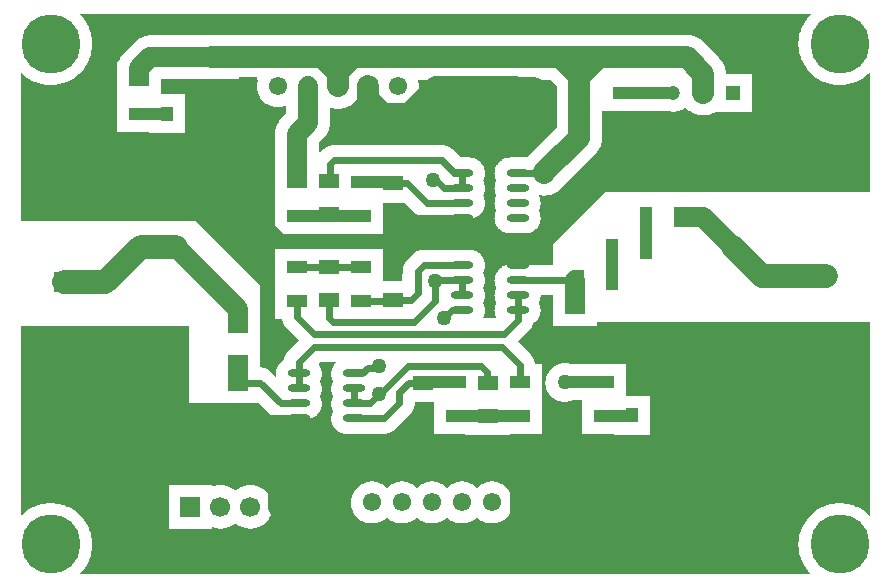
<source format=gtl>
G04*
G04 #@! TF.GenerationSoftware,Altium Limited,Altium Designer,19.1.5 (86)*
G04*
G04 Layer_Physical_Order=1*
G04 Layer_Color=255*
%FSLAX25Y25*%
%MOIN*%
G70*
G01*
G75*
%ADD14R,0.04331X0.04921*%
%ADD15R,0.06741X0.04166*%
%ADD16R,0.04921X0.07284*%
%ADD17R,0.04166X0.06741*%
%ADD18R,0.07111X0.05136*%
%ADD19O,0.07480X0.02362*%
%ADD27C,0.04724*%
%ADD28R,0.04724X0.04724*%
%ADD32C,0.02362*%
%ADD33C,0.07874*%
%ADD34C,0.06740*%
%ADD35C,0.07284*%
%ADD36C,0.04165*%
%ADD37C,0.04921*%
%ADD38C,0.05906*%
%ADD39C,0.19685*%
%ADD40C,0.06102*%
%ADD41R,0.06102X0.06102*%
%ADD42R,0.06693X0.06693*%
%ADD43C,0.06693*%
%ADD44C,0.07087*%
%ADD45R,0.07087X0.07087*%
%ADD46C,0.05000*%
G36*
X267482Y191302D02*
X267419Y191242D01*
X266979Y190782D01*
X266562Y190301D01*
X266166Y189802D01*
X265794Y189286D01*
X265447Y188752D01*
X265124Y188203D01*
X264827Y187640D01*
X264557Y187063D01*
X264313Y186475D01*
X264097Y185876D01*
X263908Y185268D01*
X263748Y184652D01*
X263617Y184029D01*
X263514Y183400D01*
X263441Y182768D01*
X263397Y182133D01*
X263382Y181496D01*
X263397Y180859D01*
X263441Y180224D01*
X263514Y179592D01*
X263617Y178963D01*
X263748Y178340D01*
X263908Y177724D01*
X264097Y177116D01*
X264313Y176517D01*
X264557Y175929D01*
X264827Y175352D01*
X265124Y174789D01*
X265447Y174240D01*
X265794Y173707D01*
X266166Y173190D01*
X266562Y172691D01*
X266979Y172210D01*
X267419Y171750D01*
X267880Y171310D01*
X268360Y170892D01*
X268859Y170497D01*
X269376Y170125D01*
X269909Y169777D01*
X270458Y169455D01*
X271022Y169158D01*
X271598Y168887D01*
X272186Y168644D01*
X272785Y168427D01*
X273393Y168239D01*
X274010Y168079D01*
X274633Y167948D01*
X275261Y167845D01*
X275894Y167772D01*
X276529Y167728D01*
X277165Y167713D01*
X277802Y167728D01*
X278437Y167772D01*
X279070Y167845D01*
X279698Y167948D01*
X280321Y168079D01*
X280937Y168239D01*
X281545Y168427D01*
X282144Y168644D01*
X282733Y168887D01*
X283309Y169158D01*
X283872Y169455D01*
X284421Y169777D01*
X284955Y170125D01*
X285472Y170497D01*
X285971Y170892D01*
X286451Y171310D01*
X286912Y171750D01*
X287351Y172210D01*
X287365Y172226D01*
X287402Y172212D01*
X287402Y131929D01*
X287402Y131890D01*
X287362Y131890D01*
X198819Y131890D01*
X181496Y114567D01*
X181496Y107858D01*
X167205D01*
X166839Y107845D01*
X166476Y107806D01*
X166116Y107741D01*
X165762Y107650D01*
X165415Y107535D01*
X165077Y107395D01*
X164750Y107231D01*
X164436Y107045D01*
X164136Y106836D01*
X163851Y106607D01*
X163583Y106358D01*
X163334Y106090D01*
X163105Y105805D01*
X162896Y105505D01*
X162710Y105191D01*
X162546Y104864D01*
X162406Y104526D01*
X162291Y104179D01*
X162200Y103825D01*
X162136Y103465D01*
X162096Y103102D01*
X162083Y102736D01*
X162096Y102371D01*
X162136Y102007D01*
X162200Y101648D01*
X162291Y101293D01*
X162406Y100946D01*
X162546Y100609D01*
X162710Y100282D01*
X162737Y100236D01*
X162710Y100191D01*
X162546Y99864D01*
X162406Y99526D01*
X162291Y99179D01*
X162200Y98825D01*
X162136Y98465D01*
X162096Y98102D01*
X162083Y97736D01*
X162096Y97371D01*
X162136Y97007D01*
X162200Y96648D01*
X162291Y96293D01*
X162406Y95947D01*
X162546Y95609D01*
X162710Y95282D01*
X162737Y95236D01*
X162710Y95191D01*
X162546Y94864D01*
X162406Y94526D01*
X162291Y94179D01*
X162200Y93825D01*
X162136Y93465D01*
X162096Y93102D01*
X162083Y92736D01*
X162096Y92371D01*
X162136Y92007D01*
X162200Y91648D01*
X162291Y91293D01*
X162406Y90947D01*
X162546Y90609D01*
X162710Y90282D01*
X162875Y90003D01*
X162853Y89964D01*
X158171D01*
X158149Y90003D01*
X158314Y90282D01*
X158477Y90609D01*
X158617Y90947D01*
X158733Y91293D01*
X158823Y91648D01*
X158888Y92007D01*
X158927Y92371D01*
X158940Y92736D01*
X158927Y93102D01*
X158888Y93465D01*
X158823Y93825D01*
X158733Y94179D01*
X158617Y94526D01*
X158477Y94864D01*
X158314Y95191D01*
X158287Y95236D01*
X158314Y95282D01*
X158477Y95609D01*
X158617Y95947D01*
X158733Y96293D01*
X158823Y96648D01*
X158888Y97007D01*
X158927Y97371D01*
X158940Y97736D01*
X158927Y98102D01*
X158888Y98465D01*
X158823Y98825D01*
X158733Y99179D01*
X158617Y99526D01*
X158477Y99864D01*
X158314Y100191D01*
X158287Y100236D01*
X158314Y100282D01*
X158477Y100609D01*
X158617Y100946D01*
X158733Y101293D01*
X158823Y101648D01*
X158888Y102007D01*
X158927Y102371D01*
X158940Y102736D01*
X158927Y103102D01*
X158888Y103465D01*
X158823Y103825D01*
X158733Y104179D01*
X158617Y104526D01*
X158477Y104864D01*
X158314Y105191D01*
X158287Y105236D01*
X158314Y105282D01*
X158477Y105609D01*
X158617Y105947D01*
X158733Y106293D01*
X158823Y106648D01*
X158888Y107007D01*
X158927Y107371D01*
X158940Y107736D01*
X158927Y108102D01*
X158888Y108465D01*
X158823Y108825D01*
X158733Y109179D01*
X158617Y109526D01*
X158477Y109864D01*
X158314Y110191D01*
X158127Y110505D01*
X157919Y110805D01*
X157689Y111090D01*
X157440Y111358D01*
X157173Y111607D01*
X156888Y111836D01*
X156588Y112045D01*
X156273Y112231D01*
X155946Y112395D01*
X155609Y112535D01*
X155262Y112650D01*
X154908Y112741D01*
X154548Y112805D01*
X154184Y112845D01*
X153819Y112858D01*
X138485D01*
X138484Y112858D01*
X138119Y112845D01*
X137755Y112805D01*
X137396Y112741D01*
X137041Y112650D01*
X136695Y112535D01*
X136357Y112395D01*
X136030Y112231D01*
X135715Y112045D01*
X135415Y111836D01*
X135131Y111607D01*
X134863Y111358D01*
X134863Y111357D01*
X132875Y109369D01*
X132626Y109102D01*
X132396Y108817D01*
X132188Y108517D01*
X132001Y108202D01*
X131837Y107876D01*
X131698Y107538D01*
X131582Y107191D01*
X131492Y106837D01*
X131427Y106477D01*
X131388Y106113D01*
X131375Y105748D01*
X131375Y105748D01*
Y102408D01*
X124853D01*
Y113055D01*
X114355D01*
Y113437D01*
X99370D01*
Y113055D01*
X88873D01*
Y101015D01*
Y89779D01*
X91257D01*
X91269Y89665D01*
X91334Y89305D01*
X91425Y88951D01*
X91540Y88604D01*
X91680Y88266D01*
X91844Y87939D01*
X92030Y87625D01*
X92239Y87325D01*
X92468Y87040D01*
X92717Y86772D01*
X96852Y82638D01*
X93229Y79015D01*
X92980Y78747D01*
X92751Y78463D01*
X92542Y78162D01*
X92356Y77848D01*
X92192Y77521D01*
X92052Y77183D01*
X91936Y76837D01*
X91846Y76482D01*
X91781Y76123D01*
X91773Y76052D01*
X91523Y75903D01*
X91222Y75694D01*
X90938Y75465D01*
X90670Y75216D01*
X90421Y74948D01*
X90192Y74664D01*
X89983Y74363D01*
X89796Y74049D01*
X89633Y73722D01*
X89493Y73384D01*
X89377Y73037D01*
X89287Y72683D01*
X89222Y72323D01*
X89183Y71960D01*
X89170Y71595D01*
X89183Y71229D01*
X89222Y70866D01*
X89281Y70537D01*
X89245Y70517D01*
X87598Y72165D01*
X87330Y72414D01*
X87046Y72643D01*
X86745Y72852D01*
X86431Y73038D01*
X86104Y73202D01*
X85766Y73342D01*
X85419Y73457D01*
X85065Y73548D01*
X84705Y73613D01*
X84342Y73652D01*
X83976Y73665D01*
X83976Y73665D01*
X83925D01*
Y74134D01*
X83921Y74245D01*
Y81001D01*
Y88314D01*
X83925Y88425D01*
Y93031D01*
X83925Y93032D01*
X83909Y93510D01*
X83863Y93986D01*
X83858Y94012D01*
X83858Y101181D01*
X62599Y122441D01*
X4331Y122441D01*
X4331Y122480D01*
X4331Y171798D01*
X4367Y171812D01*
X4427Y171750D01*
X4888Y171310D01*
X5368Y170892D01*
X5867Y170497D01*
X6384Y170125D01*
X6917Y169777D01*
X7466Y169455D01*
X8029Y169158D01*
X8606Y168887D01*
X9194Y168644D01*
X9793Y168427D01*
X10401Y168239D01*
X11018Y168079D01*
X11641Y167948D01*
X12269Y167845D01*
X12901Y167772D01*
X13537Y167728D01*
X14173Y167713D01*
X14810Y167728D01*
X15445Y167772D01*
X16078Y167845D01*
X16706Y167948D01*
X17329Y168079D01*
X17945Y168239D01*
X18553Y168427D01*
X19152Y168644D01*
X19741Y168887D01*
X20317Y169158D01*
X20880Y169455D01*
X21429Y169777D01*
X21963Y170125D01*
X22479Y170497D01*
X22979Y170892D01*
X23459Y171310D01*
X23919Y171750D01*
X24359Y172210D01*
X24777Y172691D01*
X25172Y173190D01*
X25544Y173707D01*
X25892Y174240D01*
X26215Y174789D01*
X26511Y175352D01*
X26782Y175929D01*
X27026Y176517D01*
X27242Y177116D01*
X27430Y177724D01*
X27590Y178340D01*
X27722Y178963D01*
X27824Y179592D01*
X27898Y180224D01*
X27942Y180859D01*
X27956Y181496D01*
X27942Y182133D01*
X27898Y182768D01*
X27824Y183400D01*
X27722Y184029D01*
X27590Y184652D01*
X27430Y185268D01*
X27242Y185876D01*
X27026Y186475D01*
X26782Y187063D01*
X26511Y187640D01*
X26215Y188203D01*
X25892Y188752D01*
X25544Y189286D01*
X25172Y189802D01*
X24777Y190301D01*
X24359Y190782D01*
X23919Y191242D01*
X23857Y191302D01*
X23871Y191339D01*
X267467Y191339D01*
X267482Y191302D01*
D02*
G37*
G36*
X181468Y95276D02*
X181472Y95156D01*
Y87327D01*
X196087D01*
Y88583D01*
X287362Y88583D01*
X287402Y88543D01*
X287402Y23851D01*
X287365Y23837D01*
X287351Y23853D01*
X286912Y24313D01*
X286451Y24753D01*
X285971Y25171D01*
X285472Y25566D01*
X284955Y25938D01*
X284421Y26286D01*
X283872Y26608D01*
X283309Y26905D01*
X282733Y27176D01*
X282144Y27419D01*
X281545Y27636D01*
X280937Y27824D01*
X280321Y27984D01*
X279698Y28115D01*
X279070Y28218D01*
X278437Y28291D01*
X277802Y28335D01*
X277165Y28350D01*
X276529Y28335D01*
X275894Y28291D01*
X275261Y28218D01*
X274633Y28115D01*
X274010Y27984D01*
X273393Y27824D01*
X272785Y27636D01*
X272186Y27419D01*
X271598Y27176D01*
X271022Y26905D01*
X270458Y26608D01*
X269909Y26286D01*
X269376Y25938D01*
X268859Y25566D01*
X268360Y25171D01*
X267880Y24753D01*
X267419Y24313D01*
X266979Y23853D01*
X266562Y23372D01*
X266166Y22873D01*
X265794Y22356D01*
X265447Y21823D01*
X265124Y21274D01*
X264827Y20711D01*
X264557Y20134D01*
X264313Y19546D01*
X264097Y18947D01*
X263908Y18339D01*
X263748Y17723D01*
X263617Y17100D01*
X263514Y16471D01*
X263441Y15839D01*
X263397Y15203D01*
X263382Y14567D01*
X263397Y13930D01*
X263441Y13295D01*
X263514Y12663D01*
X263617Y12034D01*
X263748Y11411D01*
X263908Y10795D01*
X264097Y10187D01*
X264313Y9588D01*
X264557Y9000D01*
X264827Y8423D01*
X265124Y7860D01*
X265447Y7311D01*
X265794Y6778D01*
X266166Y6261D01*
X266562Y5762D01*
X266979Y5281D01*
X267419Y4821D01*
X267482Y4761D01*
X267467Y4724D01*
X23871Y4724D01*
X23857Y4761D01*
X23919Y4821D01*
X24359Y5281D01*
X24777Y5762D01*
X25172Y6261D01*
X25544Y6778D01*
X25892Y7311D01*
X26215Y7860D01*
X26511Y8423D01*
X26782Y9000D01*
X27026Y9588D01*
X27242Y10187D01*
X27430Y10795D01*
X27590Y11411D01*
X27722Y12034D01*
X27824Y12663D01*
X27898Y13295D01*
X27942Y13930D01*
X27956Y14567D01*
X27942Y15203D01*
X27898Y15839D01*
X27824Y16471D01*
X27722Y17100D01*
X27590Y17723D01*
X27430Y18339D01*
X27242Y18947D01*
X27026Y19546D01*
X26782Y20134D01*
X26511Y20711D01*
X26215Y21274D01*
X25892Y21823D01*
X25544Y22356D01*
X25172Y22873D01*
X24777Y23372D01*
X24359Y23853D01*
X23919Y24313D01*
X23459Y24753D01*
X22979Y25171D01*
X22479Y25566D01*
X21963Y25938D01*
X21429Y26286D01*
X20880Y26608D01*
X20317Y26905D01*
X19741Y27176D01*
X19152Y27419D01*
X18553Y27636D01*
X17945Y27824D01*
X17329Y27984D01*
X16706Y28115D01*
X16078Y28218D01*
X15445Y28291D01*
X14810Y28335D01*
X14173Y28350D01*
X13537Y28335D01*
X12901Y28291D01*
X12269Y28218D01*
X11641Y28115D01*
X11018Y27984D01*
X10401Y27824D01*
X9793Y27636D01*
X9194Y27419D01*
X8606Y27176D01*
X8029Y26905D01*
X7466Y26608D01*
X6917Y26286D01*
X6384Y25938D01*
X5867Y25566D01*
X5368Y25171D01*
X4888Y24753D01*
X4427Y24313D01*
X4367Y24250D01*
X4331Y24265D01*
X4331Y87362D01*
X4331Y87402D01*
X4370Y87402D01*
X60236Y87402D01*
Y61811D01*
X83466D01*
X87304Y57973D01*
X87304Y57973D01*
X87571Y57724D01*
X87856Y57495D01*
X88156Y57286D01*
X88471Y57100D01*
X88798Y56936D01*
X89135Y56796D01*
X89482Y56681D01*
X89837Y56590D01*
X90196Y56525D01*
X90560Y56486D01*
X90925Y56473D01*
X90926Y56473D01*
X99409D01*
X99775Y56486D01*
X100138Y56525D01*
X100498Y56590D01*
X100852Y56681D01*
X101199Y56796D01*
X101537Y56936D01*
X101864Y57100D01*
X102178Y57286D01*
X102479Y57495D01*
X102763Y57724D01*
X103031Y57973D01*
X103280Y58241D01*
X103509Y58525D01*
X103718Y58826D01*
X103904Y59140D01*
X104068Y59467D01*
X104208Y59805D01*
X104323Y60152D01*
X104414Y60506D01*
X104479Y60866D01*
X104518Y61229D01*
X104531Y61594D01*
X104518Y61960D01*
X104479Y62323D01*
X104414Y62683D01*
X104323Y63037D01*
X104208Y63384D01*
X104068Y63722D01*
X103904Y64049D01*
X103877Y64095D01*
X103904Y64140D01*
X104068Y64467D01*
X104208Y64805D01*
X104323Y65152D01*
X104414Y65506D01*
X104479Y65866D01*
X104518Y66229D01*
X104531Y66594D01*
X104518Y66960D01*
X104479Y67323D01*
X104414Y67683D01*
X104323Y68037D01*
X104208Y68384D01*
X104068Y68722D01*
X103904Y69049D01*
X103877Y69095D01*
X103904Y69140D01*
X104068Y69467D01*
X104208Y69805D01*
X104323Y70152D01*
X104414Y70506D01*
X104479Y70866D01*
X104518Y71229D01*
X104531Y71595D01*
X104518Y71960D01*
X104479Y72323D01*
X104414Y72683D01*
X104323Y73037D01*
X104208Y73384D01*
X104068Y73722D01*
X103904Y74049D01*
X103718Y74363D01*
X103509Y74664D01*
X103444Y74745D01*
X103932Y75233D01*
X109136D01*
X109153Y75194D01*
X108925Y74948D01*
X108695Y74664D01*
X108487Y74363D01*
X108300Y74049D01*
X108137Y73722D01*
X107997Y73384D01*
X107881Y73037D01*
X107791Y72683D01*
X107726Y72323D01*
X107687Y71960D01*
X107674Y71595D01*
X107687Y71229D01*
X107726Y70866D01*
X107791Y70506D01*
X107881Y70152D01*
X107997Y69805D01*
X108137Y69467D01*
X108300Y69140D01*
X108327Y69095D01*
X108300Y69049D01*
X108137Y68722D01*
X107997Y68384D01*
X107881Y68037D01*
X107791Y67683D01*
X107726Y67323D01*
X107687Y66960D01*
X107674Y66594D01*
X107687Y66229D01*
X107726Y65866D01*
X107791Y65506D01*
X107881Y65152D01*
X107997Y64805D01*
X108137Y64467D01*
X108300Y64140D01*
X108327Y64095D01*
X108300Y64049D01*
X108137Y63722D01*
X107997Y63384D01*
X107881Y63037D01*
X107791Y62683D01*
X107726Y62323D01*
X107687Y61960D01*
X107674Y61594D01*
X107687Y61229D01*
X107726Y60866D01*
X107791Y60506D01*
X107881Y60152D01*
X107997Y59805D01*
X108137Y59467D01*
X108300Y59140D01*
X108327Y59095D01*
X108300Y59049D01*
X108137Y58722D01*
X107997Y58384D01*
X107881Y58037D01*
X107791Y57683D01*
X107726Y57323D01*
X107687Y56960D01*
X107674Y56595D01*
X107687Y56229D01*
X107726Y55866D01*
X107791Y55506D01*
X107881Y55152D01*
X107997Y54805D01*
X108137Y54467D01*
X108300Y54140D01*
X108487Y53826D01*
X108695Y53525D01*
X108925Y53241D01*
X109174Y52973D01*
X109441Y52724D01*
X109726Y52495D01*
X110026Y52286D01*
X110341Y52100D01*
X110668Y51936D01*
X111005Y51796D01*
X111352Y51681D01*
X111707Y51590D01*
X112066Y51525D01*
X112430Y51486D01*
X112795Y51473D01*
X125216D01*
X125216Y51473D01*
X125582Y51486D01*
X125945Y51525D01*
X126305Y51590D01*
X126659Y51681D01*
X127006Y51796D01*
X127344Y51936D01*
X127671Y52100D01*
X127985Y52286D01*
X128286Y52495D01*
X128570Y52724D01*
X128838Y52973D01*
X134015Y58150D01*
X134264Y58418D01*
X134494Y58702D01*
X134702Y59003D01*
X134889Y59317D01*
X135052Y59644D01*
X135192Y59982D01*
X135308Y60329D01*
X135398Y60683D01*
X135463Y61043D01*
X135502Y61406D01*
X135515Y61772D01*
X135515Y61772D01*
Y61962D01*
X141826D01*
Y51433D01*
X149027D01*
X149134Y51429D01*
X152324D01*
Y50933D01*
X167309D01*
Y51429D01*
X170499D01*
X170607Y51433D01*
X177807D01*
Y62669D01*
Y74709D01*
X175605D01*
X175569Y75044D01*
X175504Y75404D01*
X175413Y75758D01*
X175298Y76105D01*
X175158Y76443D01*
X174994Y76770D01*
X174808Y77084D01*
X174599Y77384D01*
X174370Y77669D01*
X174121Y77937D01*
X174121Y77937D01*
X169906Y82151D01*
X173385Y85631D01*
X173385Y85631D01*
X173634Y85898D01*
X173864Y86183D01*
X174072Y86483D01*
X174259Y86798D01*
X174422Y87125D01*
X174504Y87322D01*
X174562Y87462D01*
X174678Y87809D01*
X174768Y88163D01*
X174783Y88245D01*
X175092Y88428D01*
X175392Y88636D01*
X175677Y88866D01*
X175944Y89115D01*
X176193Y89382D01*
X176423Y89667D01*
X176631Y89967D01*
X176818Y90282D01*
X176981Y90609D01*
X177121Y90947D01*
X177237Y91293D01*
X177327Y91648D01*
X177392Y92007D01*
X177431Y92371D01*
X177444Y92736D01*
X177431Y93102D01*
X177392Y93465D01*
X177327Y93825D01*
X177237Y94179D01*
X177121Y94526D01*
X176981Y94864D01*
X176818Y95191D01*
X176791Y95236D01*
X176818Y95282D01*
X176981Y95609D01*
X177121Y95947D01*
X177237Y96293D01*
X177327Y96648D01*
X177392Y97007D01*
X177431Y97371D01*
X177440Y97615D01*
X181468D01*
Y95276D01*
D02*
G37*
%LPC*%
G36*
X226122Y184531D02*
X226122Y184531D01*
X167694D01*
X167579Y184528D01*
X166571D01*
X166457Y184531D01*
X148504D01*
X148389Y184528D01*
X147302D01*
X147188Y184531D01*
X112579D01*
X112579Y184531D01*
X112578Y184531D01*
X67776D01*
X67318Y184517D01*
X66862Y184476D01*
X66409Y184407D01*
X65961Y184311D01*
X65778Y184260D01*
X47343D01*
X46864Y184244D01*
X46388Y184197D01*
X45916Y184119D01*
X45450Y184011D01*
X44993Y183872D01*
X44545Y183703D01*
X44109Y183506D01*
X43687Y183280D01*
X43281Y183028D01*
X42892Y182749D01*
X42522Y182446D01*
X42173Y182118D01*
X38492Y178438D01*
X38165Y178088D01*
X37861Y177719D01*
X37583Y177330D01*
X37330Y176924D01*
X37105Y176502D01*
X36907Y176066D01*
X36739Y175618D01*
X36630Y175260D01*
X36354D01*
Y173372D01*
X36351Y173268D01*
Y170945D01*
X36354Y170841D01*
Y163220D01*
Y151984D01*
X43562D01*
X43661Y151980D01*
X43669Y151981D01*
X46753D01*
Y151811D01*
X58958D01*
Y164606D01*
X50969D01*
Y169638D01*
X65778D01*
X65961Y169587D01*
X66409Y169491D01*
X66862Y169422D01*
X67318Y169380D01*
X67776Y169367D01*
X83154D01*
X83178Y169335D01*
X83128Y169172D01*
X83024Y168726D01*
X82950Y168275D01*
X82905Y167819D01*
X82890Y167362D01*
X82905Y166905D01*
X82950Y166450D01*
X83024Y165998D01*
X83128Y165553D01*
X83261Y165115D01*
X83422Y164687D01*
X83611Y164270D01*
X83827Y163866D01*
X84068Y163478D01*
X84335Y163106D01*
X84625Y162752D01*
X84938Y162418D01*
X85272Y162105D01*
X85625Y161815D01*
X85997Y161549D01*
X86386Y161307D01*
X86789Y161091D01*
X87206Y160903D01*
X87634Y160741D01*
X88072Y160608D01*
X88518Y160505D01*
X88969Y160430D01*
X89425Y160385D01*
X89882Y160370D01*
X90339Y160385D01*
X90794Y160430D01*
X91246Y160505D01*
X91691Y160608D01*
X92129Y160741D01*
X92532Y160893D01*
X92571Y160865D01*
Y158194D01*
X91010Y156633D01*
X90683Y156284D01*
X90380Y155914D01*
X90101Y155526D01*
X89849Y155119D01*
X89623Y154697D01*
X89426Y154262D01*
X89257Y153814D01*
X89118Y153356D01*
X89010Y152890D01*
X88932Y152418D01*
X88885Y151942D01*
X88869Y151464D01*
Y136890D01*
X88873Y136778D01*
Y129362D01*
Y118126D01*
X96080D01*
X96180Y118122D01*
X96188Y118122D01*
X99370D01*
Y118059D01*
X114355D01*
Y118122D01*
X117538D01*
X117546Y118122D01*
X117645Y118126D01*
X124853D01*
Y128462D01*
X132248D01*
X135886Y124824D01*
X135887Y124823D01*
X136154Y124574D01*
X136439Y124345D01*
X136739Y124136D01*
X137054Y123950D01*
X137380Y123786D01*
X137718Y123646D01*
X138065Y123531D01*
X138419Y123441D01*
X138779Y123376D01*
X139143Y123337D01*
X139508Y123324D01*
X153819D01*
X154184Y123337D01*
X154548Y123376D01*
X154908Y123441D01*
X155262Y123531D01*
X155609Y123646D01*
X155946Y123786D01*
X156273Y123950D01*
X156588Y124136D01*
X156888Y124345D01*
X157173Y124574D01*
X157440Y124823D01*
X157689Y125091D01*
X157919Y125376D01*
X158127Y125676D01*
X158314Y125990D01*
X158477Y126317D01*
X158617Y126655D01*
X158733Y127002D01*
X158823Y127356D01*
X158888Y127716D01*
X158927Y128079D01*
X158940Y128445D01*
X158927Y128810D01*
X158888Y129174D01*
X158823Y129534D01*
X158733Y129888D01*
X158617Y130235D01*
X158477Y130572D01*
X158314Y130899D01*
X158287Y130945D01*
X158314Y130991D01*
X158477Y131317D01*
X158617Y131655D01*
X158733Y132002D01*
X158823Y132356D01*
X158888Y132716D01*
X158927Y133080D01*
X158940Y133445D01*
X158927Y133810D01*
X158888Y134174D01*
X158823Y134534D01*
X158733Y134888D01*
X158617Y135235D01*
X158477Y135572D01*
X158314Y135899D01*
X158287Y135945D01*
X158314Y135991D01*
X158477Y136317D01*
X158617Y136655D01*
X158733Y137002D01*
X158823Y137356D01*
X158888Y137716D01*
X158927Y138080D01*
X158940Y138445D01*
X158927Y138810D01*
X158888Y139174D01*
X158823Y139533D01*
X158733Y139888D01*
X158617Y140235D01*
X158477Y140572D01*
X158314Y140899D01*
X158127Y141214D01*
X157919Y141514D01*
X157689Y141799D01*
X157440Y142066D01*
X157173Y142315D01*
X156888Y142545D01*
X156588Y142753D01*
X156273Y142940D01*
X155946Y143103D01*
X155609Y143243D01*
X155262Y143359D01*
X154908Y143449D01*
X154548Y143514D01*
X154184Y143553D01*
X153819Y143566D01*
X150822D01*
X148151Y146238D01*
X147883Y146487D01*
X147598Y146716D01*
X147298Y146925D01*
X146984Y147111D01*
X146657Y147275D01*
X146319Y147415D01*
X145972Y147530D01*
X145618Y147621D01*
X145258Y147686D01*
X144895Y147725D01*
X144529Y147738D01*
X144529Y147738D01*
X108589D01*
X108589Y147738D01*
X108223Y147725D01*
X107860Y147686D01*
X107500Y147621D01*
X107146Y147530D01*
X106799Y147415D01*
X106461Y147275D01*
X106134Y147111D01*
X105820Y146925D01*
X105519Y146716D01*
X105235Y146487D01*
X104967Y146238D01*
X104967Y146238D01*
X103583Y144854D01*
X103528Y144794D01*
X103491Y144809D01*
Y148435D01*
X105051Y149996D01*
X105052Y149996D01*
X105379Y150345D01*
X105682Y150715D01*
X105961Y151104D01*
X106213Y151510D01*
X106439Y151932D01*
X106636Y152368D01*
X106805Y152815D01*
X106944Y153273D01*
X107052Y153739D01*
X107130Y154211D01*
X107177Y154687D01*
X107193Y155166D01*
X107193Y155166D01*
Y160231D01*
X107232Y160259D01*
X107626Y160123D01*
X108067Y160000D01*
X108515Y159904D01*
X108968Y159835D01*
X109424Y159794D01*
X109882Y159780D01*
X110340Y159794D01*
X110796Y159835D01*
X111249Y159904D01*
X111696Y160000D01*
X112138Y160123D01*
X112571Y160273D01*
X112994Y160448D01*
X113406Y160649D01*
X113804Y160873D01*
X114189Y161122D01*
X114558Y161394D01*
X114910Y161687D01*
X115243Y162001D01*
X115557Y162334D01*
X115850Y162686D01*
X116122Y163055D01*
X116371Y163440D01*
X116596Y163839D01*
X116796Y164250D01*
X116971Y164673D01*
X117121Y165106D01*
X117244Y165548D01*
X117340Y165996D01*
X117409Y166448D01*
X117450Y166904D01*
X117464Y167362D01*
Y168828D01*
X118003Y169367D01*
X123154D01*
X123178Y169335D01*
X123128Y169172D01*
X123024Y168726D01*
X122950Y168275D01*
X122905Y167819D01*
X122890Y167362D01*
X122905Y166905D01*
X122950Y166450D01*
X123024Y165998D01*
X123128Y165553D01*
X123261Y165115D01*
X123422Y164687D01*
X123611Y164270D01*
X123827Y163866D01*
X124068Y163478D01*
X124335Y163106D01*
X124625Y162752D01*
X124938Y162418D01*
X125272Y162105D01*
X125626Y161815D01*
X125997Y161549D01*
X126386Y161307D01*
X126789Y161091D01*
X127206Y160903D01*
X127634Y160741D01*
X128072Y160608D01*
X128518Y160505D01*
X128969Y160430D01*
X129425Y160385D01*
X129882Y160370D01*
X130339Y160385D01*
X130795Y160430D01*
X131246Y160505D01*
X131692Y160608D01*
X132129Y160741D01*
X132558Y160903D01*
X132974Y161091D01*
X133378Y161307D01*
X133766Y161549D01*
X134138Y161815D01*
X134492Y162105D01*
X134826Y162418D01*
X135139Y162752D01*
X135429Y163106D01*
X135696Y163478D01*
X135937Y163866D01*
X136153Y164270D01*
X136342Y164687D01*
X136503Y165115D01*
X136636Y165553D01*
X136740Y165998D01*
X136814Y166450D01*
X136859Y166905D01*
X136874Y167362D01*
X136859Y167819D01*
X136814Y168275D01*
X136740Y168726D01*
X136636Y169172D01*
X136586Y169335D01*
X136609Y169367D01*
X147188D01*
X147302Y169370D01*
X148389D01*
X148504Y169367D01*
X166457D01*
X166571Y169370D01*
X167579D01*
X167694Y169367D01*
X180887D01*
X182772Y167482D01*
Y153338D01*
X173379Y143944D01*
X173379Y143944D01*
X173241Y143806D01*
X173015Y143566D01*
X167205D01*
X166839Y143553D01*
X166476Y143514D01*
X166116Y143449D01*
X165762Y143359D01*
X165415Y143243D01*
X165077Y143103D01*
X164750Y142940D01*
X164436Y142753D01*
X164136Y142545D01*
X163851Y142315D01*
X163583Y142066D01*
X163334Y141799D01*
X163105Y141514D01*
X162896Y141214D01*
X162710Y140899D01*
X162546Y140572D01*
X162406Y140235D01*
X162291Y139888D01*
X162200Y139533D01*
X162136Y139174D01*
X162096Y138810D01*
X162083Y138445D01*
X162096Y138080D01*
X162136Y137716D01*
X162200Y137356D01*
X162291Y137002D01*
X162406Y136655D01*
X162546Y136317D01*
X162710Y135991D01*
X162737Y135945D01*
X162710Y135899D01*
X162546Y135572D01*
X162406Y135235D01*
X162291Y134888D01*
X162200Y134534D01*
X162136Y134174D01*
X162096Y133810D01*
X162083Y133445D01*
X162096Y133080D01*
X162136Y132716D01*
X162200Y132356D01*
X162291Y132002D01*
X162406Y131655D01*
X162546Y131317D01*
X162710Y130991D01*
X162737Y130945D01*
X162710Y130899D01*
X162546Y130572D01*
X162406Y130235D01*
X162291Y129888D01*
X162200Y129534D01*
X162136Y129174D01*
X162096Y128810D01*
X162083Y128445D01*
X162096Y128079D01*
X162136Y127716D01*
X162200Y127356D01*
X162291Y127002D01*
X162406Y126655D01*
X162546Y126317D01*
X162710Y125990D01*
X162737Y125945D01*
X162710Y125899D01*
X162546Y125572D01*
X162406Y125235D01*
X162291Y124888D01*
X162200Y124533D01*
X162136Y124174D01*
X162096Y123810D01*
X162083Y123445D01*
X162096Y123080D01*
X162136Y122716D01*
X162200Y122356D01*
X162291Y122002D01*
X162406Y121655D01*
X162546Y121317D01*
X162710Y120991D01*
X162896Y120676D01*
X163105Y120376D01*
X163334Y120091D01*
X163583Y119824D01*
X163851Y119574D01*
X164136Y119345D01*
X164436Y119137D01*
X164750Y118950D01*
X165077Y118786D01*
X165415Y118646D01*
X165762Y118531D01*
X166116Y118441D01*
X166476Y118376D01*
X166839Y118337D01*
X167205Y118324D01*
X172323D01*
X172688Y118337D01*
X173052Y118376D01*
X173412Y118441D01*
X173766Y118531D01*
X174113Y118646D01*
X174450Y118786D01*
X174777Y118950D01*
X175092Y119137D01*
X175392Y119345D01*
X175677Y119574D01*
X175944Y119824D01*
X176193Y120091D01*
X176423Y120376D01*
X176631Y120676D01*
X176818Y120991D01*
X176981Y121317D01*
X177121Y121655D01*
X177237Y122002D01*
X177327Y122356D01*
X177392Y122716D01*
X177431Y123080D01*
X177444Y123445D01*
X177431Y123810D01*
X177392Y124174D01*
X177327Y124533D01*
X177237Y124888D01*
X177121Y125235D01*
X176981Y125572D01*
X176818Y125899D01*
X176791Y125945D01*
X176818Y125990D01*
X176981Y126317D01*
X177121Y126655D01*
X177237Y127002D01*
X177327Y127356D01*
X177392Y127716D01*
X177431Y128079D01*
X177444Y128445D01*
X177431Y128810D01*
X177392Y129174D01*
X177327Y129534D01*
X177237Y129888D01*
X177121Y130235D01*
X176981Y130572D01*
X176818Y130899D01*
X176791Y130945D01*
X176818Y130991D01*
X176857Y131068D01*
X177236Y130987D01*
X177688Y130918D01*
X178145Y130877D01*
X178602Y130863D01*
X179060Y130877D01*
X179516Y130918D01*
X179969Y130987D01*
X180417Y131083D01*
X180858Y131206D01*
X181291Y131355D01*
X181714Y131531D01*
X182126Y131731D01*
X182525Y131956D01*
X182910Y132205D01*
X183279Y132476D01*
X183630Y132770D01*
X183964Y133083D01*
X184101Y133221D01*
X184102Y133221D01*
X195716Y144835D01*
X195716Y144835D01*
X196030Y145169D01*
X196323Y145521D01*
X196594Y145890D01*
X196843Y146274D01*
X197068Y146673D01*
X197268Y147085D01*
X197444Y147508D01*
X197593Y147941D01*
X197716Y148382D01*
X197769Y148628D01*
X197812Y148830D01*
X197881Y149283D01*
X197923Y149739D01*
X197936Y150197D01*
X197936Y150197D01*
Y159165D01*
X204681D01*
X205000Y159154D01*
X219850D01*
X220062Y159089D01*
X220463Y158996D01*
X220870Y158929D01*
X221281Y158888D01*
X221693Y158875D01*
X222105Y158888D01*
X222516Y158929D01*
X222922Y158996D01*
X223324Y159089D01*
X223719Y159209D01*
X224105Y159354D01*
X224481Y159525D01*
X224844Y159719D01*
X225194Y159937D01*
X225530Y160177D01*
X225806Y160404D01*
X226017Y160149D01*
X226331Y159816D01*
X226665Y159502D01*
X227017Y159209D01*
X227386Y158937D01*
X227770Y158688D01*
X228169Y158464D01*
X228581Y158263D01*
X229004Y158088D01*
X229437Y157938D01*
X229878Y157815D01*
X230326Y157719D01*
X230779Y157650D01*
X231235Y157609D01*
X231693Y157595D01*
X232151Y157609D01*
X232607Y157650D01*
X233060Y157719D01*
X233507Y157815D01*
X233949Y157938D01*
X234382Y158088D01*
X234805Y158263D01*
X235216Y158464D01*
X235615Y158688D01*
X235909Y158878D01*
X247992D01*
Y171476D01*
X239272D01*
X239261Y171836D01*
X239220Y172292D01*
X239151Y172745D01*
X239055Y173193D01*
X238932Y173634D01*
X238782Y174067D01*
X238607Y174490D01*
X238407Y174902D01*
X238182Y175301D01*
X237933Y175685D01*
X237662Y176054D01*
X237368Y176406D01*
X237054Y176739D01*
X237054Y176740D01*
X231484Y182310D01*
X231150Y182624D01*
X230798Y182917D01*
X230429Y183189D01*
X230045Y183438D01*
X229646Y183662D01*
X229234Y183863D01*
X228811Y184038D01*
X228378Y184188D01*
X227937Y184311D01*
X227489Y184407D01*
X227036Y184476D01*
X226580Y184517D01*
X226122Y184531D01*
D02*
G37*
%LPD*%
G36*
X198559Y174291D02*
X198751Y173829D01*
X193150Y168228D01*
X187598Y168228D01*
X181997Y173829D01*
X182189Y174291D01*
X198559Y174291D01*
D02*
G37*
%LPC*%
G36*
X185472Y75023D02*
X185051Y75009D01*
X184632Y74968D01*
X184216Y74899D01*
X183806Y74804D01*
X183402Y74681D01*
X183008Y74533D01*
X182624Y74359D01*
X182252Y74160D01*
X181894Y73938D01*
X181552Y73692D01*
X181226Y73425D01*
X180918Y73137D01*
X180630Y72829D01*
X180363Y72503D01*
X180117Y72161D01*
X179895Y71803D01*
X179696Y71431D01*
X179522Y71047D01*
X179374Y70653D01*
X179251Y70250D01*
X179156Y69839D01*
X179087Y69423D01*
X179046Y69004D01*
X179032Y68583D01*
X179046Y68161D01*
X179087Y67742D01*
X179156Y67326D01*
X179251Y66916D01*
X179374Y66513D01*
X179522Y66118D01*
X179696Y65734D01*
X179895Y65363D01*
X180117Y65005D01*
X180363Y64662D01*
X180630Y64336D01*
X180918Y64029D01*
X181226Y63740D01*
X181552Y63473D01*
X181894Y63228D01*
X182252Y63005D01*
X182624Y62806D01*
X183008Y62633D01*
X183402Y62484D01*
X183806Y62362D01*
X184216Y62266D01*
X184632Y62197D01*
X185051Y62156D01*
X185472Y62142D01*
X185894Y62156D01*
X186313Y62197D01*
X186729Y62266D01*
X187139Y62362D01*
X187543Y62484D01*
X187937Y62633D01*
X188010Y62665D01*
X191275D01*
Y51433D01*
X198483D01*
X198583Y51429D01*
X198591Y51429D01*
X201850D01*
Y51221D01*
X214055D01*
Y64016D01*
X205890D01*
Y74709D01*
X198682D01*
X198583Y74713D01*
X187440D01*
X187139Y74804D01*
X186729Y74899D01*
X186313Y74968D01*
X185894Y75009D01*
X185472Y75023D01*
D02*
G37*
G36*
X161221Y35575D02*
X160763Y35560D01*
X160308Y35515D01*
X159856Y35440D01*
X159411Y35336D01*
X158973Y35204D01*
X158545Y35042D01*
X158128Y34854D01*
X157724Y34638D01*
X157336Y34396D01*
X156964Y34130D01*
X156610Y33839D01*
X156276Y33527D01*
X156240Y33488D01*
X156201D01*
X156165Y33527D01*
X155831Y33839D01*
X155477Y34130D01*
X155105Y34396D01*
X154716Y34638D01*
X154313Y34854D01*
X153896Y35042D01*
X153468Y35204D01*
X153030Y35336D01*
X152585Y35440D01*
X152133Y35515D01*
X151678Y35560D01*
X151221Y35575D01*
X150763Y35560D01*
X150308Y35515D01*
X149856Y35440D01*
X149411Y35336D01*
X148973Y35204D01*
X148545Y35042D01*
X148128Y34854D01*
X147724Y34638D01*
X147336Y34396D01*
X146964Y34130D01*
X146610Y33839D01*
X146276Y33527D01*
X146240Y33488D01*
X146201D01*
X146165Y33527D01*
X145831Y33839D01*
X145477Y34130D01*
X145105Y34396D01*
X144716Y34638D01*
X144313Y34854D01*
X143896Y35042D01*
X143468Y35204D01*
X143030Y35336D01*
X142585Y35440D01*
X142133Y35515D01*
X141678Y35560D01*
X141220Y35575D01*
X140763Y35560D01*
X140308Y35515D01*
X139856Y35440D01*
X139411Y35336D01*
X138973Y35204D01*
X138545Y35042D01*
X138128Y34854D01*
X137724Y34638D01*
X137336Y34396D01*
X136964Y34130D01*
X136610Y33839D01*
X136276Y33527D01*
X136240Y33488D01*
X136201D01*
X136164Y33527D01*
X135831Y33839D01*
X135477Y34130D01*
X135105Y34396D01*
X134716Y34638D01*
X134313Y34854D01*
X133896Y35042D01*
X133468Y35204D01*
X133030Y35336D01*
X132585Y35440D01*
X132133Y35515D01*
X131678Y35560D01*
X131220Y35575D01*
X130763Y35560D01*
X130308Y35515D01*
X129856Y35440D01*
X129411Y35336D01*
X128973Y35204D01*
X128545Y35042D01*
X128128Y34854D01*
X127725Y34638D01*
X127336Y34396D01*
X126964Y34130D01*
X126610Y33839D01*
X126276Y33527D01*
X126240Y33488D01*
X126201D01*
X126164Y33527D01*
X125831Y33839D01*
X125477Y34130D01*
X125105Y34396D01*
X124716Y34638D01*
X124313Y34854D01*
X123896Y35042D01*
X123468Y35204D01*
X123030Y35336D01*
X122584Y35440D01*
X122133Y35515D01*
X121678Y35560D01*
X121221Y35575D01*
X120763Y35560D01*
X120308Y35515D01*
X119856Y35440D01*
X119411Y35336D01*
X118973Y35204D01*
X118545Y35042D01*
X118128Y34854D01*
X117725Y34638D01*
X117336Y34396D01*
X116964Y34130D01*
X116610Y33839D01*
X116276Y33527D01*
X115964Y33193D01*
X115673Y32839D01*
X115407Y32467D01*
X115165Y32079D01*
X114950Y31675D01*
X114761Y31258D01*
X114600Y30830D01*
X114467Y30392D01*
X114363Y29947D01*
X114288Y29495D01*
X114243Y29040D01*
X114228Y28583D01*
X114243Y28125D01*
X114288Y27670D01*
X114363Y27219D01*
X114467Y26773D01*
X114600Y26335D01*
X114761Y25907D01*
X114950Y25490D01*
X115165Y25087D01*
X115407Y24698D01*
X115673Y24326D01*
X115964Y23973D01*
X116276Y23639D01*
X116610Y23326D01*
X116964Y23036D01*
X117336Y22769D01*
X117725Y22527D01*
X118128Y22312D01*
X118545Y22123D01*
X118973Y21962D01*
X119411Y21829D01*
X119856Y21725D01*
X120308Y21651D01*
X120763Y21606D01*
X121221Y21591D01*
X121678Y21606D01*
X122133Y21651D01*
X122584Y21725D01*
X123030Y21829D01*
X123468Y21962D01*
X123896Y22123D01*
X124313Y22312D01*
X124716Y22527D01*
X125105Y22769D01*
X125477Y23036D01*
X125831Y23326D01*
X126164Y23639D01*
X126201Y23677D01*
X126240D01*
X126276Y23639D01*
X126610Y23326D01*
X126964Y23036D01*
X127336Y22769D01*
X127725Y22527D01*
X128128Y22312D01*
X128545Y22123D01*
X128973Y21962D01*
X129411Y21829D01*
X129856Y21725D01*
X130308Y21651D01*
X130763Y21606D01*
X131220Y21591D01*
X131678Y21606D01*
X132133Y21651D01*
X132585Y21725D01*
X133030Y21829D01*
X133468Y21962D01*
X133896Y22123D01*
X134313Y22312D01*
X134716Y22527D01*
X135105Y22769D01*
X135477Y23036D01*
X135831Y23326D01*
X136164Y23639D01*
X136201Y23677D01*
X136240D01*
X136276Y23639D01*
X136610Y23326D01*
X136964Y23036D01*
X137336Y22769D01*
X137724Y22527D01*
X138128Y22312D01*
X138545Y22123D01*
X138973Y21962D01*
X139411Y21829D01*
X139856Y21725D01*
X140308Y21651D01*
X140763Y21606D01*
X141220Y21591D01*
X141678Y21606D01*
X142133Y21651D01*
X142585Y21725D01*
X143030Y21829D01*
X143468Y21962D01*
X143896Y22123D01*
X144313Y22312D01*
X144716Y22527D01*
X145105Y22769D01*
X145477Y23036D01*
X145831Y23326D01*
X146165Y23639D01*
X146201Y23677D01*
X146240D01*
X146276Y23639D01*
X146610Y23326D01*
X146964Y23036D01*
X147336Y22769D01*
X147724Y22527D01*
X148128Y22312D01*
X148545Y22123D01*
X148973Y21962D01*
X149411Y21829D01*
X149856Y21725D01*
X150308Y21651D01*
X150763Y21606D01*
X151221Y21591D01*
X151678Y21606D01*
X152133Y21651D01*
X152585Y21725D01*
X153030Y21829D01*
X153468Y21962D01*
X153896Y22123D01*
X154313Y22312D01*
X154716Y22527D01*
X155105Y22769D01*
X155477Y23036D01*
X155831Y23326D01*
X156165Y23639D01*
X156201Y23677D01*
X156240D01*
X156276Y23639D01*
X156610Y23326D01*
X156964Y23036D01*
X157336Y22769D01*
X157724Y22527D01*
X158128Y22312D01*
X158545Y22123D01*
X158973Y21962D01*
X159411Y21829D01*
X159856Y21725D01*
X160308Y21651D01*
X160763Y21606D01*
X161221Y21591D01*
X161678Y21606D01*
X162133Y21651D01*
X162584Y21725D01*
X163030Y21829D01*
X163468Y21962D01*
X163896Y22123D01*
X164313Y22312D01*
X164716Y22527D01*
X165105Y22769D01*
X165477Y23036D01*
X165831Y23326D01*
X166165Y23639D01*
X166477Y23973D01*
X166768Y24326D01*
X167034Y24698D01*
X167276Y25087D01*
X167491Y25490D01*
X167680Y25907D01*
X167841Y26335D01*
X167974Y26773D01*
X168078Y27219D01*
X168153Y27670D01*
X168197Y28125D01*
X168212Y28583D01*
X168197Y29040D01*
X168153Y29495D01*
X168078Y29947D01*
X167974Y30392D01*
X167841Y30830D01*
X167680Y31258D01*
X167491Y31675D01*
X167276Y32079D01*
X167034Y32467D01*
X166768Y32839D01*
X166477Y33193D01*
X166165Y33527D01*
X165831Y33839D01*
X165477Y34130D01*
X165105Y34396D01*
X164716Y34638D01*
X164313Y34854D01*
X163896Y35042D01*
X163468Y35204D01*
X163030Y35336D01*
X162584Y35440D01*
X162133Y35515D01*
X161678Y35560D01*
X161221Y35575D01*
D02*
G37*
G36*
X80709Y34413D02*
X80232Y34398D01*
X79757Y34351D01*
X79287Y34273D01*
X78822Y34165D01*
X78366Y34027D01*
X77920Y33859D01*
X77486Y33662D01*
X77065Y33437D01*
X76660Y33185D01*
X76272Y32907D01*
X75904Y32605D01*
X75709Y32422D01*
X75513Y32605D01*
X75145Y32907D01*
X74757Y33185D01*
X74352Y33437D01*
X73932Y33662D01*
X73497Y33859D01*
X73051Y34027D01*
X72595Y34165D01*
X72130Y34273D01*
X71660Y34351D01*
X71185Y34398D01*
X70709Y34413D01*
X70232Y34398D01*
X69757Y34351D01*
X69287Y34273D01*
X68822Y34165D01*
X68366Y34027D01*
X68024Y33898D01*
X67992Y33920D01*
Y34409D01*
X53425D01*
Y19842D01*
X67992D01*
Y20332D01*
X68024Y20354D01*
X68366Y20225D01*
X68822Y20087D01*
X69287Y19979D01*
X69757Y19901D01*
X70232Y19854D01*
X70709Y19839D01*
X71185Y19854D01*
X71660Y19901D01*
X72130Y19979D01*
X72595Y20087D01*
X73051Y20225D01*
X73497Y20393D01*
X73932Y20590D01*
X74352Y20815D01*
X74757Y21067D01*
X75145Y21344D01*
X75513Y21647D01*
X75709Y21830D01*
X75904Y21647D01*
X76272Y21344D01*
X76660Y21067D01*
X77065Y20815D01*
X77486Y20590D01*
X77920Y20393D01*
X78366Y20225D01*
X78822Y20087D01*
X79287Y19979D01*
X79757Y19901D01*
X80232Y19854D01*
X80709Y19839D01*
X81185Y19854D01*
X81660Y19901D01*
X82130Y19979D01*
X82595Y20087D01*
X83051Y20225D01*
X83497Y20393D01*
X83932Y20590D01*
X84352Y20815D01*
X84757Y21067D01*
X85145Y21344D01*
X85514Y21647D01*
X85862Y21973D01*
X86188Y22321D01*
X86490Y22690D01*
X86768Y23077D01*
X87020Y23482D01*
X87244Y23903D01*
X87441Y24337D01*
X87609Y24783D01*
X87748Y25240D01*
X87856Y25704D01*
X87934Y26175D01*
X87980Y26649D01*
X87996Y27126D01*
X87980Y27603D01*
X87934Y28077D01*
X87856Y28548D01*
X87748Y29012D01*
X87609Y29468D01*
X87441Y29915D01*
X87244Y30349D01*
X87020Y30770D01*
X86768Y31175D01*
X86490Y31562D01*
X86188Y31931D01*
X85862Y32279D01*
X85514Y32605D01*
X85145Y32907D01*
X84757Y33185D01*
X84352Y33437D01*
X83932Y33662D01*
X83497Y33859D01*
X83051Y34027D01*
X82595Y34165D01*
X82130Y34273D01*
X81660Y34351D01*
X81185Y34398D01*
X80709Y34413D01*
D02*
G37*
%LPD*%
D14*
X207953Y66870D02*
D03*
Y57618D02*
D03*
X52856Y167461D02*
D03*
Y158209D02*
D03*
D15*
X198583Y57453D02*
D03*
Y68689D02*
D03*
X205000Y165185D02*
D03*
Y153949D02*
D03*
X43661Y158004D02*
D03*
Y169240D02*
D03*
X117546Y95799D02*
D03*
Y107035D02*
D03*
X96180D02*
D03*
Y95799D02*
D03*
X188779Y93347D02*
D03*
Y82110D02*
D03*
X76614Y87021D02*
D03*
Y75785D02*
D03*
X149134Y68689D02*
D03*
Y57453D02*
D03*
X170499D02*
D03*
Y68689D02*
D03*
X76614Y67862D02*
D03*
Y56626D02*
D03*
X117546Y135382D02*
D03*
Y124146D02*
D03*
X96180D02*
D03*
Y135382D02*
D03*
D16*
X147188Y166910D02*
D03*
Y176949D02*
D03*
X157441Y166910D02*
D03*
Y176949D02*
D03*
X167694Y166910D02*
D03*
Y176949D02*
D03*
D17*
X223775Y123661D02*
D03*
X212538D02*
D03*
X212508Y113164D02*
D03*
X201272D02*
D03*
X201248Y102666D02*
D03*
X190012D02*
D03*
D18*
X106863Y95902D02*
D03*
Y106932D02*
D03*
X128228D02*
D03*
Y95902D02*
D03*
X159817Y68468D02*
D03*
Y57438D02*
D03*
X138386Y57438D02*
D03*
Y68468D02*
D03*
X106863Y135594D02*
D03*
Y124564D02*
D03*
X128228Y123937D02*
D03*
Y134967D02*
D03*
D19*
X151260Y107736D02*
D03*
Y102736D02*
D03*
Y97736D02*
D03*
Y92736D02*
D03*
X169764Y107736D02*
D03*
Y102736D02*
D03*
Y97736D02*
D03*
Y92736D02*
D03*
X115354Y56595D02*
D03*
Y61594D02*
D03*
Y66594D02*
D03*
Y71595D02*
D03*
X96850Y56595D02*
D03*
Y61594D02*
D03*
Y66594D02*
D03*
Y71595D02*
D03*
X169764Y123445D02*
D03*
Y128445D02*
D03*
Y133445D02*
D03*
Y138445D02*
D03*
X151260Y123445D02*
D03*
Y128445D02*
D03*
Y133445D02*
D03*
Y138445D02*
D03*
D27*
X221693Y165177D02*
D03*
X231693D02*
D03*
D28*
X241693D02*
D03*
D32*
X142500Y102736D02*
X151260D01*
X142126Y102362D02*
X142500Y102736D01*
X142126Y95787D02*
Y102362D01*
X135158Y88819D02*
X142126Y95787D01*
X79291Y166772D02*
X79882Y166181D01*
X142446Y136221D02*
X145222Y133445D01*
X141732Y136221D02*
X142446D01*
X169764Y102736D02*
X188779D01*
X79882Y128307D02*
X93779Y114409D01*
X79882Y128307D02*
Y166181D01*
X93779Y114409D02*
X129803D01*
X123157Y73497D02*
X123661Y74002D01*
X119816Y73497D02*
X123157D01*
X117913Y71595D02*
X119816Y73497D01*
X115354Y71595D02*
X117913D01*
X76614Y56626D02*
X76646Y56595D01*
X96850D01*
X75433Y68543D02*
X83976D01*
X90925Y61594D01*
X96850D01*
X129803Y114409D02*
X151181D01*
X136496Y105748D02*
X138484Y107736D01*
X136496Y98268D02*
Y105748D01*
X101811Y80354D02*
X164460D01*
X96850Y75394D02*
X101811Y80354D01*
X96850Y71595D02*
Y75394D01*
X120460Y61594D02*
X123661Y64796D01*
X115354Y61594D02*
X120460D01*
X124048Y64796D02*
X133268Y74016D01*
X123661Y64796D02*
X124048D01*
X133268Y74016D02*
X157598D01*
X164460Y80354D02*
X170499Y74315D01*
X130394Y65315D02*
X133546Y68468D01*
X130394Y61772D02*
Y65315D01*
X125216Y56595D02*
X130394Y61772D01*
X133546Y68468D02*
X138386D01*
X157598Y74016D02*
X159724Y71890D01*
X170499Y68689D02*
Y74315D01*
X96850Y66594D02*
Y71595D01*
X115354Y56595D02*
X125216D01*
X159724Y68560D02*
X159817Y68468D01*
X159724Y68560D02*
Y71890D01*
X115354Y61594D02*
Y66594D01*
X165354Y84842D02*
X169764Y89252D01*
X101890Y84842D02*
X165354D01*
X96339Y90394D02*
X101890Y84842D01*
X145354Y90158D02*
X147933Y92736D01*
X108247Y88819D02*
X135158D01*
X106863Y90203D02*
X108247Y88819D01*
X169764Y89252D02*
Y92736D01*
X145222Y133445D02*
X151260D01*
X139508Y128445D02*
X151260D01*
X133031Y134921D02*
X139508Y128445D01*
X128274Y134921D02*
X133031D01*
X128228Y134967D02*
X128274Y134921D01*
X144529Y142616D02*
X148701Y138445D01*
X151260D01*
X107205Y141233D02*
X108589Y142616D01*
X107205Y135935D02*
Y141233D01*
X106863Y135594D02*
X107205Y135935D01*
X169764Y114409D02*
X170394Y115039D01*
X169764Y107736D02*
Y114409D01*
X151181D02*
X169764D01*
X151181D02*
X151260Y114488D01*
Y123445D01*
X169764Y138445D02*
X177697D01*
X128228Y123937D02*
X128720Y123445D01*
X151260D01*
X108589Y142616D02*
X144529D01*
X151260Y133445D02*
Y138445D01*
X96339Y90394D02*
Y95641D01*
X96180Y95799D02*
X96339Y95641D01*
X106811Y106984D02*
X106863Y106932D01*
X96232Y106984D02*
X106811D01*
X96180Y107035D02*
X96232Y106984D01*
X147933Y92736D02*
X151260D01*
X128228Y112835D02*
X129803Y114409D01*
X128228Y106932D02*
Y112835D01*
X128228Y106932D02*
X128228Y106932D01*
X106863Y90203D02*
Y95902D01*
X117494Y106984D02*
X117546Y107035D01*
X106914Y106984D02*
X117494D01*
X106863Y106932D02*
X106914Y106984D01*
X117546Y95799D02*
X117597Y95851D01*
X128177D01*
X128228Y95902D01*
X138484Y107736D02*
X151260D01*
X134134Y95906D02*
X136496Y98268D01*
X128231Y95906D02*
X134134D01*
X128228Y95902D02*
X128231Y95906D01*
X151260Y97736D02*
Y102736D01*
X169764Y92736D02*
Y97736D01*
D33*
X241142Y55787D02*
Y74843D01*
X18583Y81890D02*
X42480D01*
X171221Y28583D02*
Y41693D01*
Y22835D02*
Y28583D01*
X272638Y84134D02*
X279528D01*
X251220D02*
X272638D01*
X18583Y101890D02*
X32362D01*
X49646Y113819D02*
X55827D01*
X49646Y61457D02*
Y74449D01*
Y50354D02*
Y61457D01*
Y74449D02*
Y74724D01*
X42480Y81890D02*
X49646Y74724D01*
Y50354D02*
X57559Y42441D01*
X171968D02*
X227795D01*
X91220D02*
X171968D01*
X171221Y41693D02*
X171968Y42441D01*
X57559D02*
X91220D01*
X90709Y41929D02*
X91220Y42441D01*
X90709Y27126D02*
Y41929D01*
X227795Y42441D02*
X241142Y55787D01*
X241535Y74449D02*
X251220Y84134D01*
X44291Y113819D02*
X49646D01*
X32362Y101890D02*
X44291Y113819D01*
X241535D02*
X251220Y104134D01*
X272638D01*
D34*
X201063Y145276D02*
X236614D01*
X200866Y145473D02*
X201063Y145276D01*
X138571Y51192D02*
Y55512D01*
X188779Y95276D02*
Y102736D01*
Y95276D02*
X188779Y95276D01*
X47343Y176949D02*
X67776D01*
X43662Y173268D02*
X47343Y176949D01*
X43662Y170945D02*
Y173268D01*
X76614Y88425D02*
Y93032D01*
X55827Y113819D02*
X76614Y93032D01*
Y69567D02*
Y74134D01*
X99882Y155166D02*
Y167362D01*
X96180Y151464D02*
X99882Y155166D01*
X96180Y136890D02*
Y151464D01*
X231693Y123661D02*
X241535Y113819D01*
X225394Y123661D02*
X231693D01*
D35*
X190354Y150197D02*
Y176949D01*
X178740Y138583D02*
X190354Y150197D01*
X178602Y138445D02*
X178740Y138583D01*
X110295Y172382D02*
X114016Y176102D01*
X106161Y175531D02*
X109882Y171811D01*
Y174252D01*
Y167362D02*
Y171811D01*
X112579Y176949D02*
X147188D01*
X109882Y174252D02*
X112579Y176949D01*
X67776D02*
X112579D01*
X190354D02*
X226122D01*
X167694D02*
X190354D01*
X226122D02*
X231693Y171378D01*
Y165177D02*
Y171378D01*
X167753Y166850D02*
X175394D01*
X167694Y166910D02*
X167753Y166850D01*
X142500Y166910D02*
X147188D01*
X133607Y158017D02*
X142500Y166910D01*
X124778Y158017D02*
X133607D01*
X119882Y162913D02*
X124778Y158017D01*
X119882Y162913D02*
Y167362D01*
X157441Y176949D02*
X166457D01*
X148504D02*
X157441D01*
Y166910D02*
X166339D01*
X148740D02*
X157441D01*
D36*
X78913Y167461D02*
X79291Y167083D01*
Y166772D02*
Y167083D01*
X52856Y158087D02*
Y158209D01*
X52773Y158004D02*
X52856Y158087D01*
X43662Y158004D02*
X52773D01*
X43661Y158004D02*
X43662Y158004D01*
X49646Y61457D02*
X54476Y56626D01*
X76614D01*
X207756Y82110D02*
X220252D01*
X188779D02*
X207756D01*
X207953Y81913D01*
Y66870D02*
Y81913D01*
X185579Y68689D02*
X198583D01*
X185472Y68583D02*
X185579Y68689D01*
X198583Y57453D02*
X207870D01*
X207953Y57536D01*
Y57618D01*
X198583Y57453D02*
X198583Y57453D01*
X205354Y146063D02*
Y153949D01*
X205354Y153949D02*
X205354Y153949D01*
X205000Y153949D02*
X205354D01*
X220252Y82110D02*
X227520Y74843D01*
X241142D02*
X241535Y74449D01*
X227520Y74843D02*
X241142D01*
X205000Y165177D02*
X221693D01*
X149134Y57452D02*
X170499D01*
X170499Y57453D01*
X149134D02*
X149134Y57452D01*
X149134Y68689D02*
X149134Y68689D01*
X138607Y68689D02*
X149134D01*
X138386Y68468D02*
X138607Y68689D01*
X106445Y124146D02*
X106863Y124564D01*
X96180Y124146D02*
X106445D01*
X96180Y124146D02*
X96180Y124146D01*
X106863Y124564D02*
X107281Y124146D01*
X117545D01*
X117546Y124146D01*
X127814Y135382D02*
X128228Y134967D01*
X117546Y135382D02*
X127814D01*
X117546Y135382D02*
X117546Y135382D01*
X201271Y104016D02*
Y113164D01*
X201272Y113164D01*
X212538Y122374D02*
Y123661D01*
X212508Y122344D02*
X212538Y122374D01*
X212508Y113164D02*
Y122344D01*
X212508Y113164D02*
X212508Y113164D01*
X212538Y123661D02*
X212538Y123661D01*
D37*
X53740Y167461D02*
X78913D01*
D38*
X190157Y127598D02*
Y134764D01*
X177598Y115039D02*
X190157Y127598D01*
X170394Y115039D02*
X177598D01*
X190157Y134764D02*
X200866Y145473D01*
D39*
X14173Y181496D02*
D03*
Y14567D02*
D03*
X277165D02*
D03*
Y181496D02*
D03*
D40*
X151221Y28583D02*
D03*
X141220D02*
D03*
X131220D02*
D03*
X121221D02*
D03*
X161221D02*
D03*
X99882Y167362D02*
D03*
X109882D02*
D03*
X119882D02*
D03*
X129882D02*
D03*
X89882D02*
D03*
D41*
X171221Y28583D02*
D03*
X79882Y167362D02*
D03*
D42*
X60709Y27126D02*
D03*
D43*
X70709D02*
D03*
X80709D02*
D03*
X90709D02*
D03*
X241535Y113819D02*
D03*
Y74449D02*
D03*
X49646Y113819D02*
D03*
Y74449D02*
D03*
D44*
X272638Y104134D02*
D03*
X18583Y81929D02*
D03*
D45*
X272638Y84134D02*
D03*
X18583Y101929D02*
D03*
D46*
X142126Y102362D02*
D03*
X229134Y74410D02*
D03*
X236614Y145276D02*
D03*
X141732Y136221D02*
D03*
X178740Y138583D02*
D03*
X67776Y176949D02*
D03*
X185472Y68583D02*
D03*
X200866Y145473D02*
D03*
X123661Y64796D02*
D03*
X145354Y90158D02*
D03*
X123661Y74002D02*
D03*
X175394Y166850D02*
D03*
M02*

</source>
